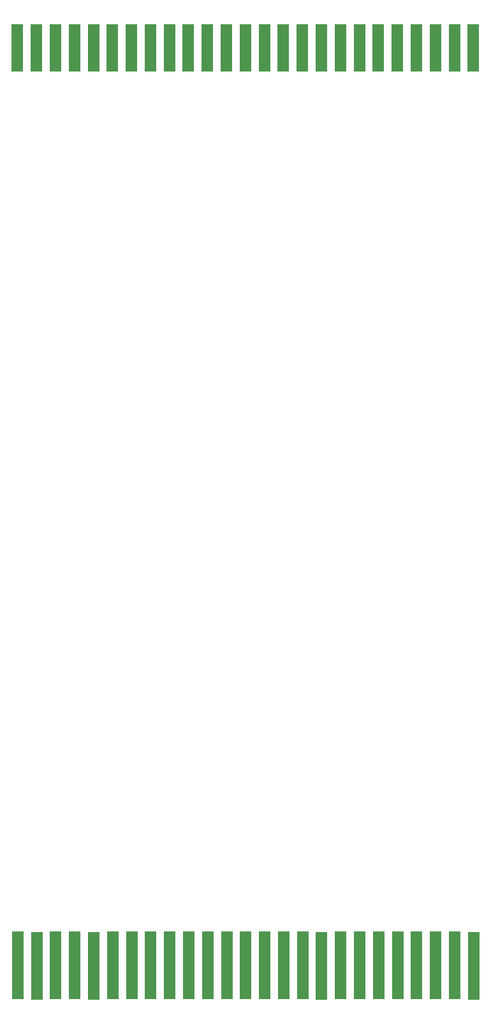
<source format=gbr>
%TF.GenerationSoftware,KiCad,Pcbnew,(6.0.2)*%
%TF.CreationDate,2022-10-27T18:33:53-05:00*%
%TF.ProjectId,REF1329_Breakout,52454631-3332-4395-9f42-7265616b6f75,rev?*%
%TF.SameCoordinates,Original*%
%TF.FileFunction,Paste,Bot*%
%TF.FilePolarity,Positive*%
%FSLAX46Y46*%
G04 Gerber Fmt 4.6, Leading zero omitted, Abs format (unit mm)*
G04 Created by KiCad (PCBNEW (6.0.2)) date 2022-10-27 18:33:53*
%MOMM*%
%LPD*%
G01*
G04 APERTURE LIST*
%ADD10R,1.530000X9.000000*%
%ADD11R,1.530000X6.250000*%
G04 APERTURE END LIST*
D10*
%TO.C,J5*%
X116029400Y-150518400D03*
X118547400Y-150532400D03*
X121072400Y-150520400D03*
X123599400Y-150514400D03*
X126118400Y-150528400D03*
X128637400Y-150514400D03*
X131160400Y-150503400D03*
X133679400Y-150489400D03*
X136198400Y-150517400D03*
X138726400Y-150517400D03*
X141251400Y-150508400D03*
X143772400Y-150500400D03*
X146296400Y-150484400D03*
X148816400Y-150457400D03*
X151336400Y-150469400D03*
X153855400Y-150455400D03*
X156373400Y-150521400D03*
X158897400Y-150515400D03*
X161423400Y-150505400D03*
X163941400Y-150501400D03*
X166461400Y-150486400D03*
X168980400Y-150486400D03*
X171510400Y-150470400D03*
X174036400Y-150469400D03*
X176555400Y-150528400D03*
%TD*%
D11*
%TO.C,J3*%
X115983400Y-28780400D03*
X118501400Y-28780400D03*
X121026400Y-28780400D03*
X123553400Y-28780400D03*
X126072400Y-28780400D03*
X128591400Y-28780400D03*
X131114400Y-28780400D03*
X133633400Y-28780400D03*
X136152400Y-28780400D03*
X138680400Y-28780400D03*
X141205400Y-28780400D03*
X143726400Y-28780400D03*
X146250400Y-28780400D03*
X148770400Y-28780400D03*
X151290400Y-28780400D03*
X153809400Y-28780400D03*
X156327400Y-28780400D03*
X158851400Y-28780400D03*
X161377400Y-28780400D03*
X163895400Y-28780400D03*
X166415400Y-28780400D03*
X168934400Y-28780400D03*
X171464400Y-28780400D03*
X173990400Y-28780400D03*
X176509400Y-28780400D03*
%TD*%
M02*

</source>
